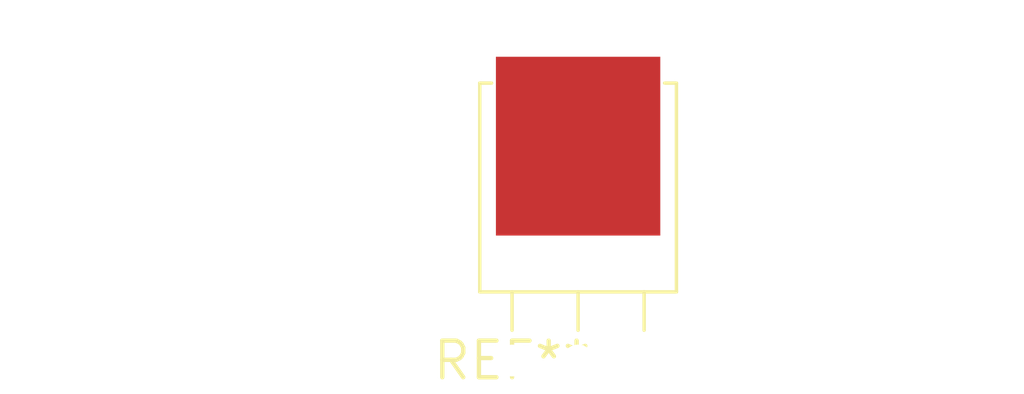
<source format=kicad_pcb>
(kicad_pcb (version 20240108) (generator pcbnew)
  (layers (0 "F.Cu" signal) (31 "B.Cu" signal) (34 "B.Paste" user) (35 "F.Paste" user) (36 "B.SilkS" user "B.Silkscreen") (37 "F.SilkS" user "F.Silkscreen") (38 "B.Mask" user) (39 "F.Mask" user) (44 "Edge.Cuts" user))
  (net 0 "")
  (footprint "TO-251-3-1EP_Horizontal_TabDown" (layer "F.Cu") (at 0 0)
    (property "Reference" "REF**")
    (property "Value" "TO-251-3-1EP_Horizontal_TabDown")
    (fp_line (start -1.12 -9.62) (end -1.12 -2.38) (layer "F.SilkS") (stroke (width 0.12)))
    (fp_line (start -1.12 -9.62) (end -0.711 -9.62) (layer "F.SilkS") (stroke (width 0.12)))
    (fp_line (start -1.12 -2.38) (end 5.7 -2.38) (layer "F.SilkS") (stroke (width 0.12)))
    (fp_line (start 0 -2.38) (end 0 -1.05) (layer "F.SilkS") (stroke (width 0.12)))
    (fp_line (start 2.29 -2.38) (end 2.29 -1.05) (layer "F.SilkS") (stroke (width 0.12)))
    (fp_line (start 4.58 -2.38) (end 4.58 -1.05) (layer "F.SilkS") (stroke (width 0.12)))
    (fp_line (start 5.291 -9.62) (end 5.7 -9.62) (layer "F.SilkS") (stroke (width 0.12)))
    (fp_line (start 5.7 -9.62) (end 5.7 -2.38) (layer "F.SilkS") (stroke (width 0.12)))
    (pad "1" thru_hole rect (at 0 0) (size 1.7175 1.8) (drill 1.1) (layers *.Cu *.Mask) (remove_unused_layers))
    (pad "2" thru_hole oval (at 2.29 0) (size 1.7175 1.8) (drill 1.1) (layers *.Cu *.Mask) (remove_unused_layers))
    (pad "3" thru_hole oval (at 4.58 0) (size 1.7175 1.8) (drill 1.1) (layers *.Cu *.Mask) (remove_unused_layers))
    (pad "4" smd rect (at 2.29 -7.433333) (size 5.7 6.2) (layers "F.Cu" "F.Paste" "F.Mask"))
  )
)
</source>
